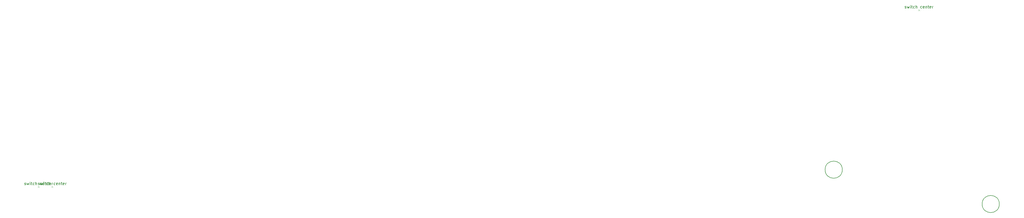
<source format=gbr>
%TF.GenerationSoftware,KiCad,Pcbnew,8.0.8*%
%TF.CreationDate,2025-02-22T00:27:14-08:00*%
%TF.ProjectId,1_2og_repro,315f326f-675f-4726-9570-726f2e6b6963,rev?*%
%TF.SameCoordinates,Original*%
%TF.FileFunction,Other,Comment*%
%FSLAX46Y46*%
G04 Gerber Fmt 4.6, Leading zero omitted, Abs format (unit mm)*
G04 Created by KiCad (PCBNEW 8.0.8) date 2025-02-22 00:27:14*
%MOMM*%
%LPD*%
G01*
G04 APERTURE LIST*
%ADD10C,0.150000*%
%ADD11C,0.120000*%
G04 APERTURE END LIST*
D10*
X-4325925Y-65381228D02*
X-4230687Y-65428847D01*
X-4230687Y-65428847D02*
X-4040211Y-65428847D01*
X-4040211Y-65428847D02*
X-3944973Y-65381228D01*
X-3944973Y-65381228D02*
X-3897354Y-65285989D01*
X-3897354Y-65285989D02*
X-3897354Y-65238370D01*
X-3897354Y-65238370D02*
X-3944973Y-65143132D01*
X-3944973Y-65143132D02*
X-4040211Y-65095513D01*
X-4040211Y-65095513D02*
X-4183068Y-65095513D01*
X-4183068Y-65095513D02*
X-4278306Y-65047894D01*
X-4278306Y-65047894D02*
X-4325925Y-64952656D01*
X-4325925Y-64952656D02*
X-4325925Y-64905037D01*
X-4325925Y-64905037D02*
X-4278306Y-64809799D01*
X-4278306Y-64809799D02*
X-4183068Y-64762180D01*
X-4183068Y-64762180D02*
X-4040211Y-64762180D01*
X-4040211Y-64762180D02*
X-3944973Y-64809799D01*
X-3564020Y-64762180D02*
X-3373544Y-65428847D01*
X-3373544Y-65428847D02*
X-3183068Y-64952656D01*
X-3183068Y-64952656D02*
X-2992592Y-65428847D01*
X-2992592Y-65428847D02*
X-2802116Y-64762180D01*
X-2421163Y-65428847D02*
X-2421163Y-64762180D01*
X-2421163Y-64428847D02*
X-2468782Y-64476466D01*
X-2468782Y-64476466D02*
X-2421163Y-64524085D01*
X-2421163Y-64524085D02*
X-2373544Y-64476466D01*
X-2373544Y-64476466D02*
X-2421163Y-64428847D01*
X-2421163Y-64428847D02*
X-2421163Y-64524085D01*
X-2087830Y-64762180D02*
X-1706878Y-64762180D01*
X-1944973Y-64428847D02*
X-1944973Y-65285989D01*
X-1944973Y-65285989D02*
X-1897354Y-65381228D01*
X-1897354Y-65381228D02*
X-1802116Y-65428847D01*
X-1802116Y-65428847D02*
X-1706878Y-65428847D01*
X-944973Y-65381228D02*
X-1040211Y-65428847D01*
X-1040211Y-65428847D02*
X-1230687Y-65428847D01*
X-1230687Y-65428847D02*
X-1325925Y-65381228D01*
X-1325925Y-65381228D02*
X-1373544Y-65333608D01*
X-1373544Y-65333608D02*
X-1421163Y-65238370D01*
X-1421163Y-65238370D02*
X-1421163Y-64952656D01*
X-1421163Y-64952656D02*
X-1373544Y-64857418D01*
X-1373544Y-64857418D02*
X-1325925Y-64809799D01*
X-1325925Y-64809799D02*
X-1230687Y-64762180D01*
X-1230687Y-64762180D02*
X-1040211Y-64762180D01*
X-1040211Y-64762180D02*
X-944973Y-64809799D01*
X-516401Y-65428847D02*
X-516401Y-64428847D01*
X-87830Y-65428847D02*
X-87830Y-64905037D01*
X-87830Y-64905037D02*
X-135449Y-64809799D01*
X-135449Y-64809799D02*
X-230687Y-64762180D01*
X-230687Y-64762180D02*
X-373544Y-64762180D01*
X-373544Y-64762180D02*
X-468782Y-64809799D01*
X-468782Y-64809799D02*
X-516401Y-64857418D01*
X1578837Y-65381228D02*
X1483599Y-65428847D01*
X1483599Y-65428847D02*
X1293123Y-65428847D01*
X1293123Y-65428847D02*
X1197885Y-65381228D01*
X1197885Y-65381228D02*
X1150266Y-65333608D01*
X1150266Y-65333608D02*
X1102647Y-65238370D01*
X1102647Y-65238370D02*
X1102647Y-64952656D01*
X1102647Y-64952656D02*
X1150266Y-64857418D01*
X1150266Y-64857418D02*
X1197885Y-64809799D01*
X1197885Y-64809799D02*
X1293123Y-64762180D01*
X1293123Y-64762180D02*
X1483599Y-64762180D01*
X1483599Y-64762180D02*
X1578837Y-64809799D01*
X2388361Y-65381228D02*
X2293123Y-65428847D01*
X2293123Y-65428847D02*
X2102647Y-65428847D01*
X2102647Y-65428847D02*
X2007409Y-65381228D01*
X2007409Y-65381228D02*
X1959790Y-65285989D01*
X1959790Y-65285989D02*
X1959790Y-64905037D01*
X1959790Y-64905037D02*
X2007409Y-64809799D01*
X2007409Y-64809799D02*
X2102647Y-64762180D01*
X2102647Y-64762180D02*
X2293123Y-64762180D01*
X2293123Y-64762180D02*
X2388361Y-64809799D01*
X2388361Y-64809799D02*
X2435980Y-64905037D01*
X2435980Y-64905037D02*
X2435980Y-65000275D01*
X2435980Y-65000275D02*
X1959790Y-65095513D01*
X2864552Y-64762180D02*
X2864552Y-65428847D01*
X2864552Y-64857418D02*
X2912171Y-64809799D01*
X2912171Y-64809799D02*
X3007409Y-64762180D01*
X3007409Y-64762180D02*
X3150266Y-64762180D01*
X3150266Y-64762180D02*
X3245504Y-64809799D01*
X3245504Y-64809799D02*
X3293123Y-64905037D01*
X3293123Y-64905037D02*
X3293123Y-65428847D01*
X3626457Y-64762180D02*
X4007409Y-64762180D01*
X3769314Y-64428847D02*
X3769314Y-65285989D01*
X3769314Y-65285989D02*
X3816933Y-65381228D01*
X3816933Y-65381228D02*
X3912171Y-65428847D01*
X3912171Y-65428847D02*
X4007409Y-65428847D01*
X4721695Y-65381228D02*
X4626457Y-65428847D01*
X4626457Y-65428847D02*
X4435981Y-65428847D01*
X4435981Y-65428847D02*
X4340743Y-65381228D01*
X4340743Y-65381228D02*
X4293124Y-65285989D01*
X4293124Y-65285989D02*
X4293124Y-64905037D01*
X4293124Y-64905037D02*
X4340743Y-64809799D01*
X4340743Y-64809799D02*
X4435981Y-64762180D01*
X4435981Y-64762180D02*
X4626457Y-64762180D01*
X4626457Y-64762180D02*
X4721695Y-64809799D01*
X4721695Y-64809799D02*
X4769314Y-64905037D01*
X4769314Y-64905037D02*
X4769314Y-65000275D01*
X4769314Y-65000275D02*
X4293124Y-65095513D01*
X5197886Y-65428847D02*
X5197886Y-64762180D01*
X5197886Y-64952656D02*
X5245505Y-64857418D01*
X5245505Y-64857418D02*
X5293124Y-64809799D01*
X5293124Y-64809799D02*
X5388362Y-64762180D01*
X5388362Y-64762180D02*
X5483600Y-64762180D01*
X302424075Y-3557769D02*
X302519313Y-3605388D01*
X302519313Y-3605388D02*
X302709789Y-3605388D01*
X302709789Y-3605388D02*
X302805027Y-3557769D01*
X302805027Y-3557769D02*
X302852646Y-3462530D01*
X302852646Y-3462530D02*
X302852646Y-3414911D01*
X302852646Y-3414911D02*
X302805027Y-3319673D01*
X302805027Y-3319673D02*
X302709789Y-3272054D01*
X302709789Y-3272054D02*
X302566932Y-3272054D01*
X302566932Y-3272054D02*
X302471694Y-3224435D01*
X302471694Y-3224435D02*
X302424075Y-3129197D01*
X302424075Y-3129197D02*
X302424075Y-3081578D01*
X302424075Y-3081578D02*
X302471694Y-2986340D01*
X302471694Y-2986340D02*
X302566932Y-2938721D01*
X302566932Y-2938721D02*
X302709789Y-2938721D01*
X302709789Y-2938721D02*
X302805027Y-2986340D01*
X303185980Y-2938721D02*
X303376456Y-3605388D01*
X303376456Y-3605388D02*
X303566932Y-3129197D01*
X303566932Y-3129197D02*
X303757408Y-3605388D01*
X303757408Y-3605388D02*
X303947884Y-2938721D01*
X304328837Y-3605388D02*
X304328837Y-2938721D01*
X304328837Y-2605388D02*
X304281218Y-2653007D01*
X304281218Y-2653007D02*
X304328837Y-2700626D01*
X304328837Y-2700626D02*
X304376456Y-2653007D01*
X304376456Y-2653007D02*
X304328837Y-2605388D01*
X304328837Y-2605388D02*
X304328837Y-2700626D01*
X304662170Y-2938721D02*
X305043122Y-2938721D01*
X304805027Y-2605388D02*
X304805027Y-3462530D01*
X304805027Y-3462530D02*
X304852646Y-3557769D01*
X304852646Y-3557769D02*
X304947884Y-3605388D01*
X304947884Y-3605388D02*
X305043122Y-3605388D01*
X305805027Y-3557769D02*
X305709789Y-3605388D01*
X305709789Y-3605388D02*
X305519313Y-3605388D01*
X305519313Y-3605388D02*
X305424075Y-3557769D01*
X305424075Y-3557769D02*
X305376456Y-3510149D01*
X305376456Y-3510149D02*
X305328837Y-3414911D01*
X305328837Y-3414911D02*
X305328837Y-3129197D01*
X305328837Y-3129197D02*
X305376456Y-3033959D01*
X305376456Y-3033959D02*
X305424075Y-2986340D01*
X305424075Y-2986340D02*
X305519313Y-2938721D01*
X305519313Y-2938721D02*
X305709789Y-2938721D01*
X305709789Y-2938721D02*
X305805027Y-2986340D01*
X306233599Y-3605388D02*
X306233599Y-2605388D01*
X306662170Y-3605388D02*
X306662170Y-3081578D01*
X306662170Y-3081578D02*
X306614551Y-2986340D01*
X306614551Y-2986340D02*
X306519313Y-2938721D01*
X306519313Y-2938721D02*
X306376456Y-2938721D01*
X306376456Y-2938721D02*
X306281218Y-2986340D01*
X306281218Y-2986340D02*
X306233599Y-3033959D01*
X308328837Y-3557769D02*
X308233599Y-3605388D01*
X308233599Y-3605388D02*
X308043123Y-3605388D01*
X308043123Y-3605388D02*
X307947885Y-3557769D01*
X307947885Y-3557769D02*
X307900266Y-3510149D01*
X307900266Y-3510149D02*
X307852647Y-3414911D01*
X307852647Y-3414911D02*
X307852647Y-3129197D01*
X307852647Y-3129197D02*
X307900266Y-3033959D01*
X307900266Y-3033959D02*
X307947885Y-2986340D01*
X307947885Y-2986340D02*
X308043123Y-2938721D01*
X308043123Y-2938721D02*
X308233599Y-2938721D01*
X308233599Y-2938721D02*
X308328837Y-2986340D01*
X309138361Y-3557769D02*
X309043123Y-3605388D01*
X309043123Y-3605388D02*
X308852647Y-3605388D01*
X308852647Y-3605388D02*
X308757409Y-3557769D01*
X308757409Y-3557769D02*
X308709790Y-3462530D01*
X308709790Y-3462530D02*
X308709790Y-3081578D01*
X308709790Y-3081578D02*
X308757409Y-2986340D01*
X308757409Y-2986340D02*
X308852647Y-2938721D01*
X308852647Y-2938721D02*
X309043123Y-2938721D01*
X309043123Y-2938721D02*
X309138361Y-2986340D01*
X309138361Y-2986340D02*
X309185980Y-3081578D01*
X309185980Y-3081578D02*
X309185980Y-3176816D01*
X309185980Y-3176816D02*
X308709790Y-3272054D01*
X309614552Y-2938721D02*
X309614552Y-3605388D01*
X309614552Y-3033959D02*
X309662171Y-2986340D01*
X309662171Y-2986340D02*
X309757409Y-2938721D01*
X309757409Y-2938721D02*
X309900266Y-2938721D01*
X309900266Y-2938721D02*
X309995504Y-2986340D01*
X309995504Y-2986340D02*
X310043123Y-3081578D01*
X310043123Y-3081578D02*
X310043123Y-3605388D01*
X310376457Y-2938721D02*
X310757409Y-2938721D01*
X310519314Y-2605388D02*
X310519314Y-3462530D01*
X310519314Y-3462530D02*
X310566933Y-3557769D01*
X310566933Y-3557769D02*
X310662171Y-3605388D01*
X310662171Y-3605388D02*
X310757409Y-3605388D01*
X311471695Y-3557769D02*
X311376457Y-3605388D01*
X311376457Y-3605388D02*
X311185981Y-3605388D01*
X311185981Y-3605388D02*
X311090743Y-3557769D01*
X311090743Y-3557769D02*
X311043124Y-3462530D01*
X311043124Y-3462530D02*
X311043124Y-3081578D01*
X311043124Y-3081578D02*
X311090743Y-2986340D01*
X311090743Y-2986340D02*
X311185981Y-2938721D01*
X311185981Y-2938721D02*
X311376457Y-2938721D01*
X311376457Y-2938721D02*
X311471695Y-2986340D01*
X311471695Y-2986340D02*
X311519314Y-3081578D01*
X311519314Y-3081578D02*
X311519314Y-3176816D01*
X311519314Y-3176816D02*
X311043124Y-3272054D01*
X311947886Y-3605388D02*
X311947886Y-2938721D01*
X311947886Y-3129197D02*
X311995505Y-3033959D01*
X311995505Y-3033959D02*
X312043124Y-2986340D01*
X312043124Y-2986340D02*
X312138362Y-2938721D01*
X312138362Y-2938721D02*
X312233600Y-2938721D01*
X436575Y-65381228D02*
X531813Y-65428847D01*
X531813Y-65428847D02*
X722289Y-65428847D01*
X722289Y-65428847D02*
X817527Y-65381228D01*
X817527Y-65381228D02*
X865146Y-65285989D01*
X865146Y-65285989D02*
X865146Y-65238370D01*
X865146Y-65238370D02*
X817527Y-65143132D01*
X817527Y-65143132D02*
X722289Y-65095513D01*
X722289Y-65095513D02*
X579432Y-65095513D01*
X579432Y-65095513D02*
X484194Y-65047894D01*
X484194Y-65047894D02*
X436575Y-64952656D01*
X436575Y-64952656D02*
X436575Y-64905037D01*
X436575Y-64905037D02*
X484194Y-64809799D01*
X484194Y-64809799D02*
X579432Y-64762180D01*
X579432Y-64762180D02*
X722289Y-64762180D01*
X722289Y-64762180D02*
X817527Y-64809799D01*
X1198480Y-64762180D02*
X1388956Y-65428847D01*
X1388956Y-65428847D02*
X1579432Y-64952656D01*
X1579432Y-64952656D02*
X1769908Y-65428847D01*
X1769908Y-65428847D02*
X1960384Y-64762180D01*
X2341337Y-65428847D02*
X2341337Y-64762180D01*
X2341337Y-64428847D02*
X2293718Y-64476466D01*
X2293718Y-64476466D02*
X2341337Y-64524085D01*
X2341337Y-64524085D02*
X2388956Y-64476466D01*
X2388956Y-64476466D02*
X2341337Y-64428847D01*
X2341337Y-64428847D02*
X2341337Y-64524085D01*
X2674670Y-64762180D02*
X3055622Y-64762180D01*
X2817527Y-64428847D02*
X2817527Y-65285989D01*
X2817527Y-65285989D02*
X2865146Y-65381228D01*
X2865146Y-65381228D02*
X2960384Y-65428847D01*
X2960384Y-65428847D02*
X3055622Y-65428847D01*
X3817527Y-65381228D02*
X3722289Y-65428847D01*
X3722289Y-65428847D02*
X3531813Y-65428847D01*
X3531813Y-65428847D02*
X3436575Y-65381228D01*
X3436575Y-65381228D02*
X3388956Y-65333608D01*
X3388956Y-65333608D02*
X3341337Y-65238370D01*
X3341337Y-65238370D02*
X3341337Y-64952656D01*
X3341337Y-64952656D02*
X3388956Y-64857418D01*
X3388956Y-64857418D02*
X3436575Y-64809799D01*
X3436575Y-64809799D02*
X3531813Y-64762180D01*
X3531813Y-64762180D02*
X3722289Y-64762180D01*
X3722289Y-64762180D02*
X3817527Y-64809799D01*
X4246099Y-65428847D02*
X4246099Y-64428847D01*
X4674670Y-65428847D02*
X4674670Y-64905037D01*
X4674670Y-64905037D02*
X4627051Y-64809799D01*
X4627051Y-64809799D02*
X4531813Y-64762180D01*
X4531813Y-64762180D02*
X4388956Y-64762180D01*
X4388956Y-64762180D02*
X4293718Y-64809799D01*
X4293718Y-64809799D02*
X4246099Y-64857418D01*
X6341337Y-65381228D02*
X6246099Y-65428847D01*
X6246099Y-65428847D02*
X6055623Y-65428847D01*
X6055623Y-65428847D02*
X5960385Y-65381228D01*
X5960385Y-65381228D02*
X5912766Y-65333608D01*
X5912766Y-65333608D02*
X5865147Y-65238370D01*
X5865147Y-65238370D02*
X5865147Y-64952656D01*
X5865147Y-64952656D02*
X5912766Y-64857418D01*
X5912766Y-64857418D02*
X5960385Y-64809799D01*
X5960385Y-64809799D02*
X6055623Y-64762180D01*
X6055623Y-64762180D02*
X6246099Y-64762180D01*
X6246099Y-64762180D02*
X6341337Y-64809799D01*
X7150861Y-65381228D02*
X7055623Y-65428847D01*
X7055623Y-65428847D02*
X6865147Y-65428847D01*
X6865147Y-65428847D02*
X6769909Y-65381228D01*
X6769909Y-65381228D02*
X6722290Y-65285989D01*
X6722290Y-65285989D02*
X6722290Y-64905037D01*
X6722290Y-64905037D02*
X6769909Y-64809799D01*
X6769909Y-64809799D02*
X6865147Y-64762180D01*
X6865147Y-64762180D02*
X7055623Y-64762180D01*
X7055623Y-64762180D02*
X7150861Y-64809799D01*
X7150861Y-64809799D02*
X7198480Y-64905037D01*
X7198480Y-64905037D02*
X7198480Y-65000275D01*
X7198480Y-65000275D02*
X6722290Y-65095513D01*
X7627052Y-64762180D02*
X7627052Y-65428847D01*
X7627052Y-64857418D02*
X7674671Y-64809799D01*
X7674671Y-64809799D02*
X7769909Y-64762180D01*
X7769909Y-64762180D02*
X7912766Y-64762180D01*
X7912766Y-64762180D02*
X8008004Y-64809799D01*
X8008004Y-64809799D02*
X8055623Y-64905037D01*
X8055623Y-64905037D02*
X8055623Y-65428847D01*
X8388957Y-64762180D02*
X8769909Y-64762180D01*
X8531814Y-64428847D02*
X8531814Y-65285989D01*
X8531814Y-65285989D02*
X8579433Y-65381228D01*
X8579433Y-65381228D02*
X8674671Y-65428847D01*
X8674671Y-65428847D02*
X8769909Y-65428847D01*
X9484195Y-65381228D02*
X9388957Y-65428847D01*
X9388957Y-65428847D02*
X9198481Y-65428847D01*
X9198481Y-65428847D02*
X9103243Y-65381228D01*
X9103243Y-65381228D02*
X9055624Y-65285989D01*
X9055624Y-65285989D02*
X9055624Y-64905037D01*
X9055624Y-64905037D02*
X9103243Y-64809799D01*
X9103243Y-64809799D02*
X9198481Y-64762180D01*
X9198481Y-64762180D02*
X9388957Y-64762180D01*
X9388957Y-64762180D02*
X9484195Y-64809799D01*
X9484195Y-64809799D02*
X9531814Y-64905037D01*
X9531814Y-64905037D02*
X9531814Y-65000275D01*
X9531814Y-65000275D02*
X9055624Y-65095513D01*
X9960386Y-65428847D02*
X9960386Y-64762180D01*
X9960386Y-64952656D02*
X10008005Y-64857418D01*
X10008005Y-64857418D02*
X10055624Y-64809799D01*
X10055624Y-64809799D02*
X10150862Y-64762180D01*
X10150862Y-64762180D02*
X10246100Y-64762180D01*
D11*
%TO.C,D90*%
X781219Y-66394028D02*
X531219Y-66144028D01*
X531219Y-66144028D02*
X781219Y-65894028D01*
X531219Y-66144028D02*
X281219Y-65894028D01*
X281219Y-66394028D02*
X531219Y-66144028D01*
D10*
%TO.C,H1*%
X280584131Y-60123833D02*
G75*
G02*
X274584131Y-60123833I-3000000J0D01*
G01*
X274584131Y-60123833D02*
G75*
G02*
X280584131Y-60123833I3000000J0D01*
G01*
%TO.C,H2*%
X335301170Y-72145962D02*
G75*
G02*
X329301170Y-72145962I-3000000J0D01*
G01*
X329301170Y-72145962D02*
G75*
G02*
X335301170Y-72145962I3000000J0D01*
G01*
D11*
%TO.C,D91*%
X307531219Y-4570569D02*
X307281219Y-4320569D01*
X307281219Y-4320569D02*
X307531219Y-4070569D01*
X307281219Y-4320569D02*
X307031219Y-4070569D01*
X307031219Y-4570569D02*
X307281219Y-4320569D01*
%TO.C,D89*%
X5543719Y-66394028D02*
X5293719Y-66144028D01*
X5293719Y-66144028D02*
X5543719Y-65894028D01*
X5293719Y-66144028D02*
X5043719Y-65894028D01*
X5043719Y-66394028D02*
X5293719Y-66144028D01*
%TD*%
M02*

</source>
